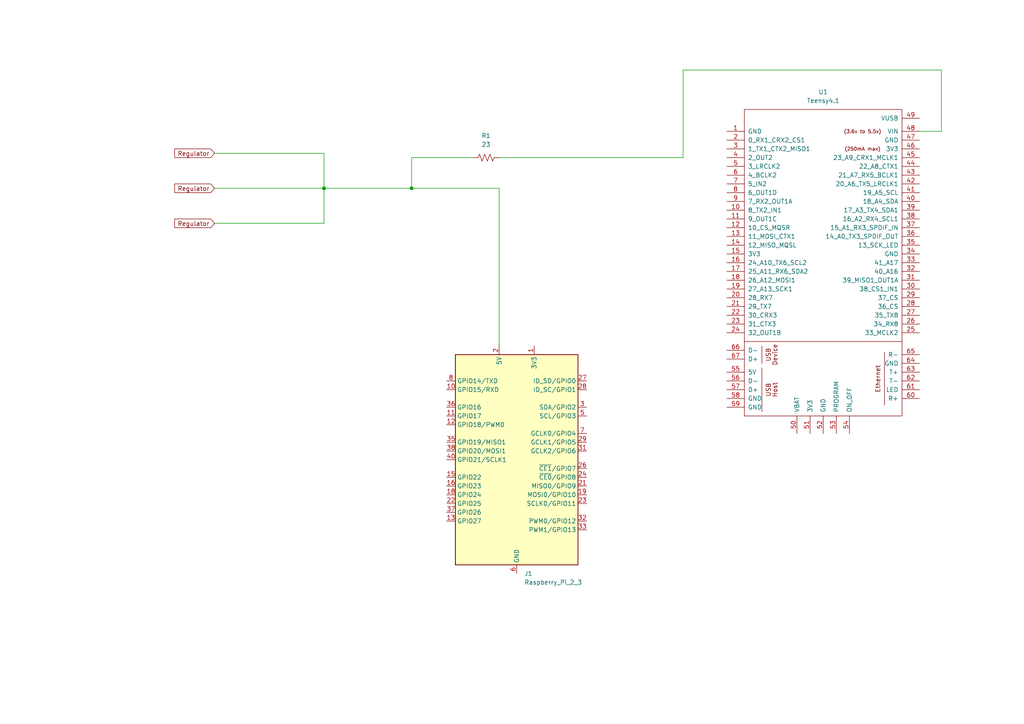
<source format=kicad_sch>
(kicad_sch (version 20231120) (generator "eeschema") (generator_version "8.0")
  (paper "A4")
  (lib_symbols
    (symbol "Connector:Raspberry_Pi_2_3"
      (property "Reference" "J" (at -17.78 31.75 0))
      (property "Value" "Raspberry_Pi_2_3" (at 10.16 -31.75 0))
      (symbol "Raspberry_Pi_2_3_0_1"
        (rectangle (start -17.78 30.48) (end 17.78 -30.48) (stroke (width 0.254)) (fill (type background)))
      )
      (symbol "Raspberry_Pi_2_3_1_1"
        (pin power_in line (at 5.08 33.02 270) (length 2.54) (name "3V3") (number "1"))
        (pin bidirectional line (at -20.32 20.32 0) (length 2.54) (name "GPIO15/RXD") (number "10"))
        (pin bidirectional line (at -20.32 12.7 0) (length 2.54) (name "GPIO17") (number "11"))
        (pin bidirectional line (at -20.32 10.16 0) (length 2.54) (name "GPIO18/PWM0") (number "12"))
        (pin bidirectional line (at -20.32 -17.78 0) (length 2.54) (name "GPIO27") (number "13"))
        (pin passive line (at 0 -33.02 90) (length 2.54) hide (name "GND") (number "14"))
        (pin bidirectional line (at -20.32 -5.08 0) (length 2.54) (name "GPIO22") (number "15"))
        (pin bidirectional line (at -20.32 -7.62 0) (length 2.54) (name "GPIO23") (number "16"))
        (pin passive line (at 5.08 33.02 270) (length 2.54) hide (name "3V3") (number "17"))
        (pin bidirectional line (at -20.32 -10.16 0) (length 2.54) (name "GPIO24") (number "18"))
        (pin bidirectional line (at 20.32 -10.16 180) (length 2.54) (name "MOSI0/GPIO10") (number "19"))
        (pin power_in line (at -5.08 33.02 270) (length 2.54) (name "5V") (number "2"))
        (pin passive line (at 0 -33.02 90) (length 2.54) hide (name "GND") (number "20"))
        (pin bidirectional line (at 20.32 -7.62 180) (length 2.54) (name "MISO0/GPIO9") (number "21"))
        (pin bidirectional line (at -20.32 -12.7 0) (length 2.54) (name "GPIO25") (number "22"))
        (pin bidirectional line (at 20.32 -12.7 180) (length 2.54) (name "SCLK0/GPIO11") (number "23"))
        (pin bidirectional line (at 20.32 -5.08 180) (length 2.54) (name "~{CE0}/GPIO8") (number "24"))
        (pin passive line (at 0 -33.02 90) (length 2.54) hide (name "GND") (number "25"))
        (pin bidirectional line (at 20.32 -2.54 180) (length 2.54) (name "~{CE1}/GPIO7") (number "26"))
        (pin bidirectional line (at 20.32 22.86 180) (length 2.54) (name "ID_SD/GPIO0") (number "27"))
        (pin bidirectional line (at 20.32 20.32 180) (length 2.54) (name "ID_SC/GPIO1") (number "28"))
        (pin bidirectional line (at 20.32 5.08 180) (length 2.54) (name "GCLK1/GPIO5") (number "29"))
        (pin bidirectional line (at 20.32 15.24 180) (length 2.54) (name "SDA/GPIO2") (number "3"))
        (pin passive line (at 0 -33.02 90) (length 2.54) hide (name "GND") (number "30"))
        (pin bidirectional line (at 20.32 2.54 180) (length 2.54) (name "GCLK2/GPIO6") (number "31"))
        (pin bidirectional line (at 20.32 -17.78 180) (length 2.54) (name "PWM0/GPIO12") (number "32"))
        (pin bidirectional line (at 20.32 -20.32 180) (length 2.54) (name "PWM1/GPIO13") (number "33"))
        (pin passive line (at 0 -33.02 90) (length 2.54) hide (name "GND") (number "34"))
        (pin bidirectional line (at -20.32 5.08 0) (length 2.54) (name "GPIO19/MISO1") (number "35"))
        (pin bidirectional line (at -20.32 15.24 0) (length 2.54) (name "GPIO16") (number "36"))
        (pin bidirectional line (at -20.32 -15.24 0) (length 2.54) (name "GPIO26") (number "37"))
        (pin bidirectional line (at -20.32 2.54 0) (length 2.54) (name "GPIO20/MOSI1") (number "38"))
        (pin passive line (at 0 -33.02 90) (length 2.54) hide (name "GND") (number "39"))
        (pin passive line (at -5.08 33.02 270) (length 2.54) hide (name "5V") (number "4"))
        (pin bidirectional line (at -20.32 0 0) (length 2.54) (name "GPIO21/SCLK1") (number "40"))
        (pin bidirectional line (at 20.32 12.7 180) (length 2.54) (name "SCL/GPIO3") (number "5"))
        (pin power_in line (at 0 -33.02 90) (length 2.54) (name "GND") (number "6"))
        (pin bidirectional line (at 20.32 7.62 180) (length 2.54) (name "GCLK0/GPIO4") (number "7"))
        (pin bidirectional line (at -20.32 22.86 0) (length 2.54) (name "GPIO14/TXD") (number "8"))
        (pin passive line (at 0 -33.02 90) (length 2.54) hide (name "GND") (number "9"))
      )
    )
    (symbol "Device:R_US" (pin_numbers hide) (pin_names (offset 0))
      (property "Reference" "R" (at 2.54 0 90))
      (property "Value" "R_US" (at -2.54 0 90))
      (symbol "R_US_0_1"
        (polyline (pts (xy 0 -2.286) (xy 0 -2.54)))
        (polyline (pts (xy 0 2.286) (xy 0 2.54)))
        (polyline (pts (xy 0 -0.762) (xy 1.016 -1.143) (xy 0 -1.524) (xy -1.016 -1.905) (xy 0 -2.286)))
        (polyline (pts (xy 0 0.762) (xy 1.016 0.381) (xy 0 0) (xy -1.016 -0.381) (xy 0 -0.762)))
        (polyline (pts (xy 0 2.286) (xy 1.016 1.905) (xy 0 1.524) (xy -1.016 1.143) (xy 0 0.762)))
      )
      (symbol "R_US_1_1"
        (pin passive line (at 0 3.81 270) (length 1.27) (name "~") (number "1"))
        (pin passive line (at 0 -3.81 90) (length 1.27) (name "~") (number "2"))
      )
    )
    (symbol "teensy:Teensy4.1" (pin_names (offset 1.016))
      (property "Reference" "U" (at 0 64.77 0))
      (property "Value" "Teensy4.1" (at 0 62.23 0))
      (symbol "Teensy4.1_0_0"
        (polyline (pts (xy -22.86 -6.35) (xy 22.86 -6.35)))
        (polyline (pts (xy -17.78 -26.67) (xy -17.78 -13.97)))
        (polyline (pts (xy -17.78 -7.62) (xy -17.78 -12.7)))
        (polyline (pts (xy 17.78 -9.525) (xy 17.78 -24.765)))
        (text "(250mA max)" (at 11.43 49.53 0) (effects (font (size 1.016 1.016))))
        (text "(3.6v to 5.5v)" (at 11.43 54.61 0) (effects (font (size 1.016 1.016))))
        (text "Device" (at -13.97 -10.16 900) (effects (font (size 1.27 1.27))))
        (text "Ethernet" (at 15.875 -17.145 900) (effects (font (size 1.27 1.27))))
        (text "Host" (at -13.97 -20.32 900) (effects (font (size 1.27 1.27))))
        (text "USB" (at -15.875 -20.32 900) (effects (font (size 1.27 1.27))))
        (text "USB" (at -15.875 -10.16 900) (effects (font (size 1.27 1.27))))
        (pin bidirectional line (at -27.94 31.75 0) (length 5.08) (name "8_TX2_IN1") (number "10"))
        (pin bidirectional line (at -27.94 29.21 0) (length 5.08) (name "9_OUT1C") (number "11"))
        (pin bidirectional line (at -27.94 26.67 0) (length 5.08) (name "10_CS_MQSR") (number "12"))
        (pin bidirectional line (at -27.94 24.13 0) (length 5.08) (name "11_MOSI_CTX1") (number "13"))
        (pin bidirectional line (at -27.94 21.59 0) (length 5.08) (name "12_MISO_MQSL") (number "14"))
        (pin power_in line (at -27.94 19.05 0) (length 5.08) (name "3V3") (number "15"))
        (pin bidirectional line (at -27.94 16.51 0) (length 5.08) (name "24_A10_TX6_SCL2") (number "16"))
        (pin bidirectional line (at -27.94 13.97 0) (length 5.08) (name "25_A11_RX6_SDA2") (number "17"))
        (pin bidirectional line (at -27.94 11.43 0) (length 5.08) (name "26_A12_MOSI1") (number "18"))
        (pin bidirectional line (at -27.94 8.89 0) (length 5.08) (name "27_A13_SCK1") (number "19"))
        (pin bidirectional line (at -27.94 6.35 0) (length 5.08) (name "28_RX7") (number "20"))
        (pin bidirectional line (at -27.94 3.81 0) (length 5.08) (name "29_TX7") (number "21"))
        (pin bidirectional line (at -27.94 1.27 0) (length 5.08) (name "30_CRX3") (number "22"))
        (pin bidirectional line (at -27.94 -1.27 0) (length 5.08) (name "31_CTX3") (number "23"))
        (pin bidirectional line (at -27.94 -3.81 0) (length 5.08) (name "32_OUT1B") (number "24"))
        (pin bidirectional line (at 27.94 -3.81 180) (length 5.08) (name "33_MCLK2") (number "25"))
        (pin bidirectional line (at 27.94 -1.27 180) (length 5.08) (name "34_RX8") (number "26"))
        (pin bidirectional line (at 27.94 1.27 180) (length 5.08) (name "35_TX8") (number "27"))
        (pin bidirectional line (at 27.94 3.81 180) (length 5.08) (name "36_CS") (number "28"))
        (pin bidirectional line (at 27.94 6.35 180) (length 5.08) (name "37_CS") (number "29"))
        (pin bidirectional line (at 27.94 8.89 180) (length 5.08) (name "38_CS1_IN1") (number "30"))
        (pin bidirectional line (at 27.94 11.43 180) (length 5.08) (name "39_MISO1_OUT1A") (number "31"))
        (pin bidirectional line (at 27.94 13.97 180) (length 5.08) (name "40_A16") (number "32"))
        (pin bidirectional line (at 27.94 16.51 180) (length 5.08) (name "41_A17") (number "33"))
        (pin bidirectional line (at 27.94 21.59 180) (length 5.08) (name "13_SCK_LED") (number "35"))
        (pin bidirectional line (at 27.94 24.13 180) (length 5.08) (name "14_A0_TX3_SPDIF_OUT") (number "36"))
        (pin bidirectional line (at 27.94 26.67 180) (length 5.08) (name "15_A1_RX3_SPDIF_IN") (number "37"))
        (pin bidirectional line (at 27.94 29.21 180) (length 5.08) (name "16_A2_RX4_SCL1") (number "38"))
        (pin bidirectional line (at 27.94 31.75 180) (length 5.08) (name "17_A3_TX4_SDA1") (number "39"))
        (pin bidirectional line (at 27.94 34.29 180) (length 5.08) (name "18_A4_SDA") (number "40"))
        (pin bidirectional line (at 27.94 36.83 180) (length 5.08) (name "19_A5_SCL") (number "41"))
        (pin bidirectional line (at 27.94 39.37 180) (length 5.08) (name "20_A6_TX5_LRCLK1") (number "42"))
        (pin bidirectional line (at 27.94 41.91 180) (length 5.08) (name "21_A7_RX5_BCLK1") (number "43"))
        (pin bidirectional line (at 27.94 44.45 180) (length 5.08) (name "22_A8_CTX1") (number "44"))
        (pin bidirectional line (at 27.94 46.99 180) (length 5.08) (name "23_A9_CRX1_MCLK1") (number "45"))
        (pin output line (at 27.94 49.53 180) (length 5.08) (name "3V3") (number "46"))
        (pin output line (at 27.94 52.07 180) (length 5.08) (name "GND") (number "47"))
        (pin power_in line (at 27.94 54.61 180) (length 5.08) (name "VIN") (number "48"))
        (pin power_out line (at 27.94 58.42 180) (length 5.08) (name "VUSB") (number "49"))
        (pin bidirectional line (at -27.94 44.45 0) (length 5.08) (name "3_LRCLK2") (number "5"))
        (pin power_in line (at -7.62 -33.02 90) (length 5.08) (name "VBAT") (number "50"))
        (pin power_in line (at -3.81 -33.02 90) (length 5.08) (name "3V3") (number "51"))
        (pin input line (at 0 -33.02 90) (length 5.08) (name "GND") (number "52"))
        (pin input line (at 3.81 -33.02 90) (length 5.08) (name "PROGRAM") (number "53"))
        (pin input line (at 7.62 -33.02 90) (length 5.08) (name "ON_OFF") (number "54"))
        (pin power_out line (at -27.94 -15.24 0) (length 5.08) (name "5V") (number "55"))
        (pin bidirectional line (at -27.94 -17.78 0) (length 5.08) (name "D-") (number "56"))
        (pin bidirectional line (at -27.94 -20.32 0) (length 5.08) (name "D+") (number "57"))
        (pin power_in line (at -27.94 -22.86 0) (length 5.08) (name "GND") (number "58"))
        (pin power_in line (at -27.94 -25.4 0) (length 5.08) (name "GND") (number "59"))
        (pin bidirectional line (at -27.94 41.91 0) (length 5.08) (name "4_BCLK2") (number "6"))
        (pin bidirectional line (at 27.94 -22.86 180) (length 5.08) (name "R+") (number "60"))
        (pin bidirectional line (at 27.94 -20.32 180) (length 5.08) (name "LED") (number "61"))
        (pin bidirectional line (at 27.94 -17.78 180) (length 5.08) (name "T-") (number "62"))
        (pin bidirectional line (at 27.94 -15.24 180) (length 5.08) (name "T+") (number "63"))
        (pin power_in line (at 27.94 -12.7 180) (length 5.08) (name "GND") (number "64"))
        (pin bidirectional line (at 27.94 -10.16 180) (length 5.08) (name "R-") (number "65"))
        (pin bidirectional line (at -27.94 -8.89 0) (length 5.08) (name "D-") (number "66"))
        (pin bidirectional line (at -27.94 -11.43 0) (length 5.08) (name "D+") (number "67"))
        (pin bidirectional line (at -27.94 39.37 0) (length 5.08) (name "5_IN2") (number "7"))
        (pin bidirectional line (at -27.94 36.83 0) (length 5.08) (name "6_OUT1D") (number "8"))
        (pin bidirectional line (at -27.94 34.29 0) (length 5.08) (name "7_RX2_OUT1A") (number "9"))
      )
      (symbol "Teensy4.1_0_1"
        (rectangle (start -22.86 60.96) (end 22.86 -27.94))
        (rectangle (start -20.32 -1.27) (end -20.32 -1.27))
      )
      (symbol "Teensy4.1_1_1"
        (pin power_in line (at -27.94 54.61 0) (length 5.08) (name "GND") (number "1"))
        (pin bidirectional line (at -27.94 52.07 0) (length 5.08) (name "0_RX1_CRX2_CS1") (number "2"))
        (pin bidirectional line (at -27.94 49.53 0) (length 5.08) (name "1_TX1_CTX2_MISO1") (number "3"))
        (pin power_in line (at 27.94 19.05 180) (length 5.08) (name "GND") (number "34"))
        (pin bidirectional line (at -27.94 46.99 0) (length 5.08) (name "2_OUT2") (number "4"))
      )
    )
  )
  (junction (at 93.98 54.61))
  (junction (at 119.38 54.61))
  (wire (pts (xy 93.98 64.77) (xy 62.23 64.77)))
  (wire (pts (xy 273.05 20.32) (xy 198.12 20.32)))
  (wire (pts (xy 93.98 54.61) (xy 93.98 64.77)))
  (wire (pts (xy 93.98 44.45) (xy 93.98 54.61)))
  (wire (pts (xy 266.7 38.1) (xy 273.05 38.1)))
  (wire (pts (xy 144.78 54.61) (xy 144.78 100.33)))
  (wire (pts (xy 273.05 38.1) (xy 273.05 20.32)))
  (wire (pts (xy 62.23 54.61) (xy 93.98 54.61)))
  (wire (pts (xy 62.23 44.45) (xy 93.98 44.45)))
  (wire (pts (xy 119.38 54.61) (xy 119.38 45.72)))
  (wire (pts (xy 198.12 45.72) (xy 144.78 45.72)))
  (wire (pts (xy 93.98 54.61) (xy 119.38 54.61)))
  (wire (pts (xy 119.38 54.61) (xy 144.78 54.61)))
  (wire (pts (xy 198.12 20.32) (xy 198.12 45.72)))
  (wire (pts (xy 119.38 45.72) (xy 137.16 45.72)))
  (global_label "Regulator" (shape input) (at 62.23 64.77 180) (property "Intersheetrefs" "${INTERSHEET_REFS}" (effects (hide yes))))
  (global_label "Regulator" (shape input) (at 62.23 54.61 180) (property "Intersheetrefs" "${INTERSHEET_REFS}" (effects (hide yes))))
  (global_label "Regulator" (shape input) (at 62.23 44.45 180) (property "Intersheetrefs" "${INTERSHEET_REFS}" (effects (hide yes))))
  (symbol (lib_id "Connector:Raspberry_Pi_2_3") (at 149.86 133.35 0) (unit 1)
    (property "Reference" "J1" (at 152.0541 166.37 0) (effects (justify left)))
    (property "Value" "Raspberry_Pi_2_3" (at 152.0541 168.91 0) (effects (justify left)))
    (property "Datasheet" "https://www.raspberrypi.org/documentation/hardware/raspberrypi/schematics/rpi_SCH_3bplus_1p0_reduced.pdf" (effects (hide yes)))
    (property "Description" "expansion header for Raspberry Pi 2 & 3" (effects (hide yes)))
  )
  (symbol (lib_id "Device:R_US") (at 140.97 45.72 90) (unit 1)
    (property "Reference" "R1" (at 140.97 39.37 90))
    (property "Value" "23" (at 140.97 41.91 90))
    (property "Description" "Resistor, US symbol" (effects (hide yes)))
  )
  (symbol (lib_id "teensy:Teensy4.1") (at 238.76 92.71 0) (unit 1)
    (property "Reference" "U1" (at 238.76 26.67 0))
    (property "Value" "Teensy4.1" (at 238.76 29.21 0))
  )
)
</source>
